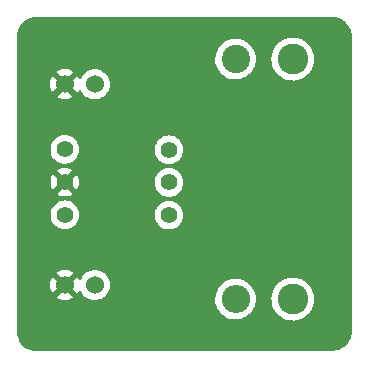
<source format=gbl>
G04 #@! TF.GenerationSoftware,KiCad,Pcbnew,(6.0.7)*
G04 #@! TF.CreationDate,2022-10-05T19:21:38-05:00*
G04 #@! TF.ProjectId,INA186_Breakout,494e4131-3836-45f4-9272-65616b6f7574,rev?*
G04 #@! TF.SameCoordinates,Original*
G04 #@! TF.FileFunction,Copper,L2,Bot*
G04 #@! TF.FilePolarity,Positive*
%FSLAX46Y46*%
G04 Gerber Fmt 4.6, Leading zero omitted, Abs format (unit mm)*
G04 Created by KiCad (PCBNEW (6.0.7)) date 2022-10-05 19:21:38*
%MOMM*%
%LPD*%
G01*
G04 APERTURE LIST*
G04 #@! TA.AperFunction,ComponentPad*
%ADD10C,2.600000*%
G04 #@! TD*
G04 #@! TA.AperFunction,ComponentPad*
%ADD11C,2.400000*%
G04 #@! TD*
G04 #@! TA.AperFunction,ComponentPad*
%ADD12O,2.400000X2.400000*%
G04 #@! TD*
G04 #@! TA.AperFunction,ComponentPad*
%ADD13C,1.400000*%
G04 #@! TD*
G04 #@! TA.AperFunction,ComponentPad*
%ADD14C,1.524000*%
G04 #@! TD*
G04 APERTURE END LIST*
D10*
X74193400Y-44754800D03*
D11*
X69342000Y-24434800D03*
D12*
X69342000Y-44754800D03*
D10*
X74193400Y-24434800D03*
D13*
X63703200Y-34874200D03*
X54889400Y-32080200D03*
X54889400Y-34848800D03*
X54889400Y-37617400D03*
D14*
X54889400Y-26568400D03*
X57429400Y-26568400D03*
X54889400Y-43561000D03*
X57429400Y-43561000D03*
D13*
X63703200Y-32105600D03*
X63703200Y-37642800D03*
G04 #@! TA.AperFunction,Conductor*
G36*
X77370272Y-20861018D02*
G01*
X77409337Y-20865207D01*
X77418169Y-20863621D01*
X77418173Y-20863621D01*
X77425038Y-20862388D01*
X77449884Y-20860430D01*
X77640080Y-20864324D01*
X77657160Y-20865842D01*
X77758855Y-20881909D01*
X77870674Y-20899576D01*
X77887394Y-20903399D01*
X78094360Y-20965822D01*
X78110405Y-20971881D01*
X78306972Y-21061831D01*
X78322034Y-21070005D01*
X78504574Y-21185823D01*
X78518389Y-21195971D01*
X78683510Y-21335506D01*
X78695809Y-21347426D01*
X78840454Y-21508097D01*
X78851026Y-21521584D01*
X78972501Y-21700398D01*
X78981151Y-21715208D01*
X79077215Y-21908858D01*
X79083773Y-21924704D01*
X79117539Y-22025160D01*
X79152648Y-22129611D01*
X79156993Y-22146202D01*
X79191224Y-22326087D01*
X79192816Y-22346793D01*
X79193424Y-22352417D01*
X79193114Y-22361390D01*
X79194891Y-22368349D01*
X79195366Y-22377170D01*
X79195366Y-47582120D01*
X79195110Y-47586251D01*
X79194061Y-47590103D01*
X79194228Y-47599081D01*
X79194358Y-47606100D01*
X79192360Y-47630910D01*
X79183087Y-47682074D01*
X79157884Y-47821128D01*
X79153706Y-47837688D01*
X79085774Y-48046199D01*
X79079395Y-48062043D01*
X78983885Y-48259457D01*
X78975422Y-48274292D01*
X78854091Y-48456977D01*
X78843699Y-48470531D01*
X78698779Y-48635124D01*
X78686650Y-48647148D01*
X78520801Y-48790633D01*
X78507156Y-48800907D01*
X78323427Y-48920642D01*
X78308525Y-48928973D01*
X78110272Y-49022771D01*
X78094391Y-49029005D01*
X77972336Y-49067599D01*
X77885287Y-49095124D01*
X77868690Y-49099158D01*
X77652570Y-49136390D01*
X77635581Y-49138142D01*
X77605238Y-49139203D01*
X77449615Y-49144643D01*
X77428099Y-49143000D01*
X77423121Y-49142776D01*
X77414303Y-49141104D01*
X77373615Y-49145069D01*
X77372098Y-49145217D01*
X77359877Y-49145811D01*
X52447881Y-49145811D01*
X52425614Y-49143828D01*
X52418164Y-49142490D01*
X52418162Y-49142490D01*
X52409329Y-49140904D01*
X52394019Y-49142546D01*
X52368700Y-49142702D01*
X52185123Y-49125299D01*
X52167412Y-49122334D01*
X52071524Y-49099158D01*
X51963504Y-49073049D01*
X51946399Y-49067599D01*
X51751558Y-48989824D01*
X51735397Y-48981995D01*
X51553607Y-48877320D01*
X51538723Y-48867274D01*
X51373647Y-48737811D01*
X51360342Y-48725750D01*
X51215349Y-48574136D01*
X51203895Y-48560307D01*
X51081932Y-48389628D01*
X51072559Y-48374311D01*
X51048538Y-48327922D01*
X50976090Y-48188014D01*
X50968992Y-48171523D01*
X50899992Y-47973415D01*
X50895309Y-47956080D01*
X50855170Y-47750173D01*
X50852999Y-47732348D01*
X50851915Y-47710629D01*
X50844167Y-47555450D01*
X50845353Y-47536663D01*
X50845609Y-47529067D01*
X50847181Y-47520224D01*
X50842985Y-47481732D01*
X50842243Y-47468078D01*
X50842243Y-44619777D01*
X54195177Y-44619777D01*
X54204474Y-44631793D01*
X54247469Y-44661898D01*
X54256955Y-44667376D01*
X54448393Y-44756645D01*
X54458685Y-44760391D01*
X54662709Y-44815059D01*
X54673504Y-44816962D01*
X54883925Y-44835372D01*
X54894875Y-44835372D01*
X55105296Y-44816962D01*
X55116091Y-44815059D01*
X55320115Y-44760391D01*
X55330407Y-44756645D01*
X55521845Y-44667376D01*
X55531331Y-44661898D01*
X55575164Y-44631207D01*
X55583539Y-44620729D01*
X55576471Y-44607281D01*
X54902212Y-43933022D01*
X54888268Y-43925408D01*
X54886435Y-43925539D01*
X54879820Y-43929790D01*
X54201607Y-44608003D01*
X54195177Y-44619777D01*
X50842243Y-44619777D01*
X50842243Y-43566475D01*
X53615028Y-43566475D01*
X53633438Y-43776896D01*
X53635341Y-43787691D01*
X53690009Y-43991715D01*
X53693755Y-44002007D01*
X53783023Y-44193441D01*
X53788503Y-44202932D01*
X53819194Y-44246765D01*
X53829671Y-44255140D01*
X53843118Y-44248072D01*
X54517378Y-43573812D01*
X54523756Y-43562132D01*
X55253808Y-43562132D01*
X55253939Y-43563965D01*
X55258190Y-43570580D01*
X55936403Y-44248793D01*
X55948177Y-44255223D01*
X55960193Y-44245926D01*
X55990297Y-44202932D01*
X55995777Y-44193441D01*
X56044929Y-44088035D01*
X56091847Y-44034750D01*
X56160124Y-44015289D01*
X56228084Y-44035831D01*
X56273319Y-44088035D01*
X56322586Y-44193689D01*
X56322589Y-44193694D01*
X56324912Y-44198676D01*
X56328068Y-44203183D01*
X56328069Y-44203185D01*
X56364507Y-44255223D01*
X56452423Y-44380781D01*
X56609619Y-44537977D01*
X56614127Y-44541134D01*
X56614130Y-44541136D01*
X56689895Y-44594187D01*
X56791723Y-44665488D01*
X56796705Y-44667811D01*
X56796710Y-44667814D01*
X56897091Y-44714622D01*
X56993204Y-44759440D01*
X56998512Y-44760862D01*
X56998514Y-44760863D01*
X57064349Y-44778503D01*
X57207937Y-44816978D01*
X57429400Y-44836353D01*
X57650863Y-44816978D01*
X57794451Y-44778503D01*
X57860286Y-44760863D01*
X57860288Y-44760862D01*
X57865596Y-44759440D01*
X57961709Y-44714622D01*
X57971726Y-44709951D01*
X67629296Y-44709951D01*
X67629520Y-44714617D01*
X67629520Y-44714622D01*
X67634345Y-44815059D01*
X67641480Y-44963598D01*
X67691021Y-45212657D01*
X67692600Y-45217055D01*
X67692602Y-45217062D01*
X67737022Y-45340780D01*
X67776831Y-45451658D01*
X67897025Y-45675351D01*
X67899820Y-45679094D01*
X67899822Y-45679097D01*
X68046171Y-45875082D01*
X68046176Y-45875088D01*
X68048963Y-45878820D01*
X68052272Y-45882100D01*
X68052277Y-45882106D01*
X68150859Y-45979831D01*
X68229307Y-46057597D01*
X68233069Y-46060355D01*
X68233072Y-46060358D01*
X68338764Y-46137854D01*
X68434094Y-46207753D01*
X68438229Y-46209929D01*
X68438233Y-46209931D01*
X68556289Y-46272043D01*
X68658827Y-46325991D01*
X68898568Y-46409712D01*
X69148050Y-46457078D01*
X69268532Y-46461811D01*
X69397125Y-46466864D01*
X69397130Y-46466864D01*
X69401793Y-46467047D01*
X69500774Y-46456207D01*
X69649569Y-46439912D01*
X69649575Y-46439911D01*
X69654222Y-46439402D01*
X69763680Y-46410584D01*
X69895273Y-46375938D01*
X69899793Y-46374748D01*
X70085476Y-46294973D01*
X70128807Y-46276357D01*
X70128810Y-46276355D01*
X70133110Y-46274508D01*
X70137090Y-46272045D01*
X70137094Y-46272043D01*
X70345064Y-46143347D01*
X70345066Y-46143345D01*
X70349047Y-46140882D01*
X70447428Y-46057597D01*
X70539289Y-45979831D01*
X70539291Y-45979829D01*
X70542862Y-45976806D01*
X70710295Y-45785884D01*
X70746736Y-45729231D01*
X70814364Y-45624091D01*
X70847669Y-45572312D01*
X70951967Y-45340780D01*
X71020896Y-45096375D01*
X71031115Y-45016052D01*
X71052545Y-44847598D01*
X71052545Y-44847592D01*
X71052943Y-44844467D01*
X71053156Y-44836353D01*
X71055132Y-44760863D01*
X71055291Y-44754800D01*
X71051763Y-44707326D01*
X72380450Y-44707326D01*
X72380674Y-44711992D01*
X72380674Y-44711997D01*
X72385625Y-44815059D01*
X72393347Y-44975819D01*
X72445788Y-45239456D01*
X72536620Y-45492446D01*
X72538832Y-45496562D01*
X72538833Y-45496565D01*
X72602955Y-45615900D01*
X72663850Y-45729231D01*
X72666641Y-45732968D01*
X72666645Y-45732975D01*
X72708778Y-45789397D01*
X72824681Y-45944610D01*
X72827990Y-45947890D01*
X72827995Y-45947896D01*
X73012263Y-46130562D01*
X73015580Y-46133850D01*
X73019342Y-46136608D01*
X73019345Y-46136611D01*
X73131699Y-46218992D01*
X73232354Y-46292795D01*
X73236489Y-46294971D01*
X73236493Y-46294973D01*
X73456232Y-46410584D01*
X73470240Y-46417954D01*
X73724013Y-46506575D01*
X73728606Y-46507447D01*
X73983509Y-46555842D01*
X73983512Y-46555842D01*
X73988098Y-46556713D01*
X74115770Y-46561729D01*
X74252025Y-46567083D01*
X74252030Y-46567083D01*
X74256693Y-46567266D01*
X74361007Y-46555842D01*
X74519244Y-46538513D01*
X74519250Y-46538512D01*
X74523897Y-46538003D01*
X74528421Y-46536812D01*
X74779318Y-46470756D01*
X74779320Y-46470755D01*
X74783841Y-46469565D01*
X74790887Y-46466538D01*
X75026520Y-46365302D01*
X75026522Y-46365301D01*
X75030814Y-46363457D01*
X75178538Y-46272043D01*
X75255417Y-46224469D01*
X75255421Y-46224466D01*
X75259390Y-46222010D01*
X75464549Y-46048330D01*
X75641782Y-45846234D01*
X75680601Y-45785884D01*
X75784669Y-45624091D01*
X75787197Y-45620161D01*
X75897599Y-45375078D01*
X75934609Y-45243851D01*
X75969293Y-45120872D01*
X75969294Y-45120869D01*
X75970563Y-45116368D01*
X75988443Y-44975819D01*
X76004088Y-44852845D01*
X76004088Y-44852841D01*
X76004486Y-44849715D01*
X76004624Y-44844467D01*
X76006812Y-44760863D01*
X76006971Y-44754800D01*
X75988497Y-44506211D01*
X75987396Y-44491392D01*
X75987396Y-44491391D01*
X75987050Y-44486737D01*
X75963075Y-44380781D01*
X75928761Y-44229131D01*
X75928760Y-44229126D01*
X75927727Y-44224563D01*
X75830302Y-43974038D01*
X75696918Y-43740664D01*
X75530505Y-43529569D01*
X75334717Y-43345391D01*
X75178151Y-43236776D01*
X75117699Y-43194839D01*
X75117696Y-43194837D01*
X75113857Y-43192174D01*
X75109664Y-43190106D01*
X74876964Y-43075351D01*
X74876961Y-43075350D01*
X74872776Y-43073286D01*
X74825145Y-43058039D01*
X74749937Y-43033965D01*
X74616770Y-42991338D01*
X74612163Y-42990588D01*
X74612160Y-42990587D01*
X74356074Y-42948881D01*
X74356075Y-42948881D01*
X74351463Y-42948130D01*
X74221119Y-42946424D01*
X74087361Y-42944673D01*
X74087358Y-42944673D01*
X74082684Y-42944612D01*
X73816337Y-42980860D01*
X73558274Y-43056078D01*
X73314163Y-43168615D01*
X73310254Y-43171178D01*
X73093281Y-43313431D01*
X73093276Y-43313435D01*
X73089368Y-43315997D01*
X72888826Y-43494988D01*
X72716944Y-43701654D01*
X72714521Y-43705647D01*
X72581087Y-43925539D01*
X72577496Y-43931456D01*
X72575687Y-43935770D01*
X72575685Y-43935774D01*
X72534181Y-44034750D01*
X72473548Y-44179345D01*
X72407381Y-44439877D01*
X72380450Y-44707326D01*
X71051763Y-44707326D01*
X71048654Y-44665488D01*
X71036818Y-44506211D01*
X71036817Y-44506207D01*
X71036472Y-44501559D01*
X71034172Y-44491392D01*
X70981459Y-44258439D01*
X70980428Y-44253882D01*
X70978169Y-44248072D01*
X70890084Y-44021562D01*
X70890083Y-44021560D01*
X70888391Y-44017209D01*
X70879800Y-44002178D01*
X70764702Y-43800797D01*
X70764700Y-43800795D01*
X70762383Y-43796740D01*
X70605171Y-43597317D01*
X70420209Y-43423323D01*
X70312492Y-43348597D01*
X70215393Y-43281237D01*
X70215390Y-43281235D01*
X70211561Y-43278579D01*
X70207384Y-43276519D01*
X70207377Y-43276515D01*
X69987996Y-43168328D01*
X69987992Y-43168327D01*
X69983810Y-43166264D01*
X69741960Y-43088847D01*
X69725516Y-43086169D01*
X69495935Y-43048780D01*
X69495934Y-43048780D01*
X69491323Y-43048029D01*
X69364364Y-43046367D01*
X69242083Y-43044766D01*
X69242080Y-43044766D01*
X69237406Y-43044705D01*
X68985787Y-43078949D01*
X68741993Y-43150008D01*
X68511380Y-43256322D01*
X68507471Y-43258885D01*
X68302928Y-43392989D01*
X68302923Y-43392993D01*
X68299015Y-43395555D01*
X68204288Y-43480102D01*
X68114918Y-43559868D01*
X68109562Y-43564648D01*
X67947183Y-43759887D01*
X67815447Y-43976982D01*
X67813638Y-43981296D01*
X67813637Y-43981298D01*
X67728689Y-44183877D01*
X67717246Y-44211165D01*
X67716095Y-44215697D01*
X67716094Y-44215700D01*
X67705240Y-44258439D01*
X67654738Y-44457290D01*
X67629296Y-44709951D01*
X57971726Y-44709951D01*
X58062090Y-44667814D01*
X58062095Y-44667811D01*
X58067077Y-44665488D01*
X58168905Y-44594187D01*
X58244670Y-44541136D01*
X58244673Y-44541134D01*
X58249181Y-44537977D01*
X58406377Y-44380781D01*
X58494294Y-44255223D01*
X58530731Y-44203185D01*
X58530732Y-44203183D01*
X58533888Y-44198676D01*
X58536211Y-44193694D01*
X58536214Y-44193689D01*
X58625517Y-44002178D01*
X58625518Y-44002177D01*
X58627840Y-43997196D01*
X58633257Y-43976982D01*
X58683954Y-43787776D01*
X58685378Y-43782463D01*
X58704753Y-43561000D01*
X58685378Y-43339537D01*
X58635119Y-43151969D01*
X58629263Y-43130114D01*
X58629262Y-43130112D01*
X58627840Y-43124804D01*
X58619403Y-43106711D01*
X58536214Y-42928311D01*
X58536211Y-42928306D01*
X58533888Y-42923324D01*
X58530731Y-42918815D01*
X58409536Y-42745730D01*
X58409534Y-42745727D01*
X58406377Y-42741219D01*
X58249181Y-42584023D01*
X58244673Y-42580866D01*
X58244670Y-42580864D01*
X58168905Y-42527813D01*
X58067077Y-42456512D01*
X58062095Y-42454189D01*
X58062090Y-42454186D01*
X57870578Y-42364883D01*
X57870577Y-42364882D01*
X57865596Y-42362560D01*
X57860288Y-42361138D01*
X57860286Y-42361137D01*
X57794451Y-42343497D01*
X57650863Y-42305022D01*
X57429400Y-42285647D01*
X57207937Y-42305022D01*
X57064349Y-42343497D01*
X56998514Y-42361137D01*
X56998512Y-42361138D01*
X56993204Y-42362560D01*
X56988223Y-42364882D01*
X56988222Y-42364883D01*
X56796711Y-42454186D01*
X56796706Y-42454189D01*
X56791724Y-42456512D01*
X56787217Y-42459668D01*
X56787215Y-42459669D01*
X56614130Y-42580864D01*
X56614127Y-42580866D01*
X56609619Y-42584023D01*
X56452423Y-42741219D01*
X56449266Y-42745727D01*
X56449264Y-42745730D01*
X56328069Y-42918815D01*
X56324912Y-42923324D01*
X56322589Y-42928306D01*
X56322586Y-42928311D01*
X56273319Y-43033965D01*
X56226401Y-43087250D01*
X56158124Y-43106711D01*
X56090164Y-43086169D01*
X56044929Y-43033965D01*
X55995777Y-42928559D01*
X55990297Y-42919068D01*
X55959606Y-42875235D01*
X55949129Y-42866860D01*
X55935682Y-42873928D01*
X55261422Y-43548188D01*
X55253808Y-43562132D01*
X54523756Y-43562132D01*
X54524992Y-43559868D01*
X54524861Y-43558035D01*
X54520610Y-43551420D01*
X53842397Y-42873207D01*
X53830623Y-42866777D01*
X53818607Y-42876074D01*
X53788503Y-42919068D01*
X53783023Y-42928559D01*
X53693755Y-43119993D01*
X53690009Y-43130285D01*
X53635341Y-43334309D01*
X53633438Y-43345104D01*
X53615028Y-43555525D01*
X53615028Y-43566475D01*
X50842243Y-43566475D01*
X50842243Y-42501271D01*
X54195260Y-42501271D01*
X54202328Y-42514718D01*
X54876588Y-43188978D01*
X54890532Y-43196592D01*
X54892365Y-43196461D01*
X54898980Y-43192210D01*
X55577193Y-42513997D01*
X55583623Y-42502223D01*
X55574326Y-42490207D01*
X55531331Y-42460102D01*
X55521845Y-42454624D01*
X55330407Y-42365355D01*
X55320115Y-42361609D01*
X55116091Y-42306941D01*
X55105296Y-42305038D01*
X54894875Y-42286628D01*
X54883925Y-42286628D01*
X54673504Y-42305038D01*
X54662709Y-42306941D01*
X54458685Y-42361609D01*
X54448393Y-42365355D01*
X54256959Y-42454623D01*
X54247468Y-42460103D01*
X54203635Y-42490794D01*
X54195260Y-42501271D01*
X50842243Y-42501271D01*
X50842243Y-37617400D01*
X53676284Y-37617400D01*
X53694714Y-37828055D01*
X53696138Y-37833368D01*
X53696138Y-37833370D01*
X53700052Y-37847975D01*
X53749444Y-38032310D01*
X53838811Y-38223958D01*
X53960099Y-38397176D01*
X54109624Y-38546701D01*
X54282842Y-38667989D01*
X54287820Y-38670310D01*
X54287823Y-38670312D01*
X54337312Y-38693389D01*
X54474490Y-38757356D01*
X54479798Y-38758778D01*
X54479800Y-38758779D01*
X54673430Y-38810662D01*
X54673432Y-38810662D01*
X54678745Y-38812086D01*
X54889400Y-38830516D01*
X55100055Y-38812086D01*
X55105368Y-38810662D01*
X55105370Y-38810662D01*
X55299000Y-38758779D01*
X55299002Y-38758778D01*
X55304310Y-38757356D01*
X55441488Y-38693389D01*
X55490977Y-38670312D01*
X55490980Y-38670310D01*
X55495958Y-38667989D01*
X55669176Y-38546701D01*
X55818701Y-38397176D01*
X55939989Y-38223958D01*
X56029356Y-38032310D01*
X56078749Y-37847975D01*
X56082662Y-37833370D01*
X56082662Y-37833368D01*
X56084086Y-37828055D01*
X56100294Y-37642800D01*
X62490084Y-37642800D01*
X62508514Y-37853455D01*
X62563244Y-38057710D01*
X62565566Y-38062691D01*
X62565567Y-38062692D01*
X62640767Y-38223958D01*
X62652611Y-38249358D01*
X62773899Y-38422576D01*
X62923424Y-38572101D01*
X63096642Y-38693389D01*
X63101620Y-38695710D01*
X63101623Y-38695712D01*
X63236871Y-38758779D01*
X63288290Y-38782756D01*
X63293598Y-38784178D01*
X63293600Y-38784179D01*
X63487230Y-38836062D01*
X63487232Y-38836062D01*
X63492545Y-38837486D01*
X63703200Y-38855916D01*
X63913855Y-38837486D01*
X63919168Y-38836062D01*
X63919170Y-38836062D01*
X64112800Y-38784179D01*
X64112802Y-38784178D01*
X64118110Y-38782756D01*
X64169529Y-38758779D01*
X64304777Y-38695712D01*
X64304780Y-38695710D01*
X64309758Y-38693389D01*
X64482976Y-38572101D01*
X64632501Y-38422576D01*
X64753789Y-38249358D01*
X64765634Y-38223958D01*
X64840833Y-38062692D01*
X64840834Y-38062691D01*
X64843156Y-38057710D01*
X64897886Y-37853455D01*
X64916316Y-37642800D01*
X64897886Y-37432145D01*
X64896462Y-37426830D01*
X64844579Y-37233200D01*
X64844578Y-37233198D01*
X64843156Y-37227890D01*
X64753789Y-37036242D01*
X64632501Y-36863024D01*
X64482976Y-36713499D01*
X64309758Y-36592211D01*
X64304780Y-36589890D01*
X64304777Y-36589888D01*
X64123092Y-36505167D01*
X64123091Y-36505166D01*
X64118110Y-36502844D01*
X64112802Y-36501422D01*
X64112800Y-36501421D01*
X63919170Y-36449538D01*
X63919168Y-36449538D01*
X63913855Y-36448114D01*
X63703200Y-36429684D01*
X63492545Y-36448114D01*
X63487232Y-36449538D01*
X63487230Y-36449538D01*
X63293600Y-36501421D01*
X63293598Y-36501422D01*
X63288290Y-36502844D01*
X63283309Y-36505166D01*
X63283308Y-36505167D01*
X63101623Y-36589888D01*
X63101620Y-36589890D01*
X63096642Y-36592211D01*
X62923424Y-36713499D01*
X62773899Y-36863024D01*
X62652611Y-37036242D01*
X62563244Y-37227890D01*
X62561822Y-37233198D01*
X62561821Y-37233200D01*
X62509938Y-37426830D01*
X62508514Y-37432145D01*
X62490084Y-37642800D01*
X56100294Y-37642800D01*
X56102516Y-37617400D01*
X56084086Y-37406745D01*
X56029356Y-37202490D01*
X55954156Y-37041223D01*
X55942312Y-37015823D01*
X55942310Y-37015820D01*
X55939989Y-37010842D01*
X55818701Y-36837624D01*
X55669176Y-36688099D01*
X55495958Y-36566811D01*
X55490980Y-36564490D01*
X55490977Y-36564488D01*
X55309292Y-36479767D01*
X55309291Y-36479766D01*
X55304310Y-36477444D01*
X55299002Y-36476022D01*
X55299000Y-36476021D01*
X55105370Y-36424138D01*
X55105368Y-36424138D01*
X55100055Y-36422714D01*
X54889400Y-36404284D01*
X54678745Y-36422714D01*
X54673432Y-36424138D01*
X54673430Y-36424138D01*
X54479800Y-36476021D01*
X54479798Y-36476022D01*
X54474490Y-36477444D01*
X54469509Y-36479766D01*
X54469508Y-36479767D01*
X54287823Y-36564488D01*
X54287820Y-36564490D01*
X54282842Y-36566811D01*
X54109624Y-36688099D01*
X53960099Y-36837624D01*
X53838811Y-37010842D01*
X53836490Y-37015820D01*
X53836488Y-37015823D01*
X53824644Y-37041223D01*
X53749444Y-37202490D01*
X53694714Y-37406745D01*
X53676284Y-37617400D01*
X50842243Y-37617400D01*
X50842243Y-35863061D01*
X54239694Y-35863061D01*
X54248990Y-35875076D01*
X54278589Y-35895801D01*
X54288077Y-35901279D01*
X54469677Y-35985959D01*
X54479971Y-35989707D01*
X54673522Y-36041569D01*
X54684309Y-36043471D01*
X54883925Y-36060935D01*
X54894875Y-36060935D01*
X55094491Y-36043471D01*
X55105278Y-36041569D01*
X55298829Y-35989707D01*
X55309123Y-35985959D01*
X55490723Y-35901279D01*
X55500211Y-35895801D01*
X55530648Y-35874489D01*
X55539023Y-35864012D01*
X55531954Y-35850564D01*
X54902212Y-35220822D01*
X54888268Y-35213208D01*
X54886435Y-35213339D01*
X54879820Y-35217590D01*
X54246124Y-35851286D01*
X54239694Y-35863061D01*
X50842243Y-35863061D01*
X50842243Y-34854275D01*
X53677265Y-34854275D01*
X53694729Y-35053891D01*
X53696631Y-35064678D01*
X53748493Y-35258229D01*
X53752241Y-35268523D01*
X53836921Y-35450123D01*
X53842399Y-35459611D01*
X53863711Y-35490048D01*
X53874188Y-35498423D01*
X53887636Y-35491354D01*
X54517378Y-34861612D01*
X54523756Y-34849932D01*
X55253808Y-34849932D01*
X55253939Y-34851765D01*
X55258190Y-34858380D01*
X55891886Y-35492076D01*
X55903661Y-35498506D01*
X55915676Y-35489210D01*
X55936401Y-35459611D01*
X55941879Y-35450123D01*
X56026559Y-35268523D01*
X56030307Y-35258229D01*
X56082169Y-35064678D01*
X56084071Y-35053891D01*
X56099792Y-34874200D01*
X62490084Y-34874200D01*
X62508514Y-35084855D01*
X62563244Y-35289110D01*
X62565566Y-35294091D01*
X62565567Y-35294092D01*
X62638326Y-35450123D01*
X62652611Y-35480758D01*
X62773899Y-35653976D01*
X62923424Y-35803501D01*
X63096642Y-35924789D01*
X63101620Y-35927110D01*
X63101623Y-35927112D01*
X63227821Y-35985959D01*
X63288290Y-36014156D01*
X63293598Y-36015578D01*
X63293600Y-36015579D01*
X63487230Y-36067462D01*
X63487232Y-36067462D01*
X63492545Y-36068886D01*
X63703200Y-36087316D01*
X63913855Y-36068886D01*
X63919168Y-36067462D01*
X63919170Y-36067462D01*
X64112800Y-36015579D01*
X64112802Y-36015578D01*
X64118110Y-36014156D01*
X64178579Y-35985959D01*
X64304777Y-35927112D01*
X64304780Y-35927110D01*
X64309758Y-35924789D01*
X64482976Y-35803501D01*
X64632501Y-35653976D01*
X64753789Y-35480758D01*
X64768075Y-35450123D01*
X64840833Y-35294092D01*
X64840834Y-35294091D01*
X64843156Y-35289110D01*
X64897886Y-35084855D01*
X64916316Y-34874200D01*
X64897886Y-34663545D01*
X64843156Y-34459290D01*
X64833868Y-34439371D01*
X64756112Y-34272623D01*
X64756110Y-34272620D01*
X64753789Y-34267642D01*
X64632501Y-34094424D01*
X64482976Y-33944899D01*
X64309758Y-33823611D01*
X64304780Y-33821290D01*
X64304777Y-33821288D01*
X64123092Y-33736567D01*
X64123091Y-33736566D01*
X64118110Y-33734244D01*
X64112802Y-33732822D01*
X64112800Y-33732821D01*
X63919170Y-33680938D01*
X63919168Y-33680938D01*
X63913855Y-33679514D01*
X63703200Y-33661084D01*
X63492545Y-33679514D01*
X63487232Y-33680938D01*
X63487230Y-33680938D01*
X63293600Y-33732821D01*
X63293598Y-33732822D01*
X63288290Y-33734244D01*
X63283309Y-33736566D01*
X63283308Y-33736567D01*
X63101623Y-33821288D01*
X63101620Y-33821290D01*
X63096642Y-33823611D01*
X62923424Y-33944899D01*
X62773899Y-34094424D01*
X62652611Y-34267642D01*
X62650290Y-34272620D01*
X62650288Y-34272623D01*
X62572532Y-34439371D01*
X62563244Y-34459290D01*
X62508514Y-34663545D01*
X62490084Y-34874200D01*
X56099792Y-34874200D01*
X56101535Y-34854275D01*
X56101535Y-34843325D01*
X56084071Y-34643709D01*
X56082169Y-34632922D01*
X56030307Y-34439371D01*
X56026559Y-34429077D01*
X55941879Y-34247477D01*
X55936401Y-34237989D01*
X55915089Y-34207552D01*
X55904612Y-34199177D01*
X55891164Y-34206246D01*
X55261422Y-34835988D01*
X55253808Y-34849932D01*
X54523756Y-34849932D01*
X54524992Y-34847668D01*
X54524861Y-34845835D01*
X54520610Y-34839220D01*
X53886914Y-34205524D01*
X53875139Y-34199094D01*
X53863124Y-34208390D01*
X53842399Y-34237989D01*
X53836921Y-34247477D01*
X53752241Y-34429077D01*
X53748493Y-34439371D01*
X53696631Y-34632922D01*
X53694729Y-34643709D01*
X53677265Y-34843325D01*
X53677265Y-34854275D01*
X50842243Y-34854275D01*
X50842243Y-33833588D01*
X54239777Y-33833588D01*
X54246846Y-33847036D01*
X54876588Y-34476778D01*
X54890532Y-34484392D01*
X54892365Y-34484261D01*
X54898980Y-34480010D01*
X55532676Y-33846314D01*
X55539106Y-33834539D01*
X55529810Y-33822524D01*
X55500211Y-33801799D01*
X55490723Y-33796321D01*
X55309123Y-33711641D01*
X55298829Y-33707893D01*
X55105278Y-33656031D01*
X55094491Y-33654129D01*
X54894875Y-33636665D01*
X54883925Y-33636665D01*
X54684309Y-33654129D01*
X54673522Y-33656031D01*
X54479971Y-33707893D01*
X54469677Y-33711641D01*
X54288077Y-33796321D01*
X54278589Y-33801799D01*
X54248152Y-33823111D01*
X54239777Y-33833588D01*
X50842243Y-33833588D01*
X50842243Y-32080200D01*
X53676284Y-32080200D01*
X53694714Y-32290855D01*
X53696138Y-32296168D01*
X53696138Y-32296170D01*
X53700052Y-32310775D01*
X53749444Y-32495110D01*
X53838811Y-32686758D01*
X53960099Y-32859976D01*
X54109624Y-33009501D01*
X54282842Y-33130789D01*
X54287820Y-33133110D01*
X54287823Y-33133112D01*
X54337312Y-33156189D01*
X54474490Y-33220156D01*
X54479798Y-33221578D01*
X54479800Y-33221579D01*
X54673430Y-33273462D01*
X54673432Y-33273462D01*
X54678745Y-33274886D01*
X54889400Y-33293316D01*
X55100055Y-33274886D01*
X55105368Y-33273462D01*
X55105370Y-33273462D01*
X55299000Y-33221579D01*
X55299002Y-33221578D01*
X55304310Y-33220156D01*
X55441488Y-33156189D01*
X55490977Y-33133112D01*
X55490980Y-33133110D01*
X55495958Y-33130789D01*
X55669176Y-33009501D01*
X55818701Y-32859976D01*
X55939989Y-32686758D01*
X56029356Y-32495110D01*
X56078749Y-32310775D01*
X56082662Y-32296170D01*
X56082662Y-32296168D01*
X56084086Y-32290855D01*
X56100294Y-32105600D01*
X62490084Y-32105600D01*
X62508514Y-32316255D01*
X62563244Y-32520510D01*
X62565566Y-32525491D01*
X62565567Y-32525492D01*
X62640767Y-32686758D01*
X62652611Y-32712158D01*
X62773899Y-32885376D01*
X62923424Y-33034901D01*
X63096642Y-33156189D01*
X63101620Y-33158510D01*
X63101623Y-33158512D01*
X63236871Y-33221579D01*
X63288290Y-33245556D01*
X63293598Y-33246978D01*
X63293600Y-33246979D01*
X63487230Y-33298862D01*
X63487232Y-33298862D01*
X63492545Y-33300286D01*
X63703200Y-33318716D01*
X63913855Y-33300286D01*
X63919168Y-33298862D01*
X63919170Y-33298862D01*
X64112800Y-33246979D01*
X64112802Y-33246978D01*
X64118110Y-33245556D01*
X64169529Y-33221579D01*
X64304777Y-33158512D01*
X64304780Y-33158510D01*
X64309758Y-33156189D01*
X64482976Y-33034901D01*
X64632501Y-32885376D01*
X64753789Y-32712158D01*
X64765634Y-32686758D01*
X64840833Y-32525492D01*
X64840834Y-32525491D01*
X64843156Y-32520510D01*
X64897886Y-32316255D01*
X64916316Y-32105600D01*
X64897886Y-31894945D01*
X64896462Y-31889630D01*
X64844579Y-31696000D01*
X64844578Y-31695998D01*
X64843156Y-31690690D01*
X64753789Y-31499042D01*
X64632501Y-31325824D01*
X64482976Y-31176299D01*
X64309758Y-31055011D01*
X64304780Y-31052690D01*
X64304777Y-31052688D01*
X64123092Y-30967967D01*
X64123091Y-30967966D01*
X64118110Y-30965644D01*
X64112802Y-30964222D01*
X64112800Y-30964221D01*
X63919170Y-30912338D01*
X63919168Y-30912338D01*
X63913855Y-30910914D01*
X63703200Y-30892484D01*
X63492545Y-30910914D01*
X63487232Y-30912338D01*
X63487230Y-30912338D01*
X63293600Y-30964221D01*
X63293598Y-30964222D01*
X63288290Y-30965644D01*
X63283309Y-30967966D01*
X63283308Y-30967967D01*
X63101623Y-31052688D01*
X63101620Y-31052690D01*
X63096642Y-31055011D01*
X62923424Y-31176299D01*
X62773899Y-31325824D01*
X62652611Y-31499042D01*
X62563244Y-31690690D01*
X62561822Y-31695998D01*
X62561821Y-31696000D01*
X62509938Y-31889630D01*
X62508514Y-31894945D01*
X62490084Y-32105600D01*
X56100294Y-32105600D01*
X56102516Y-32080200D01*
X56084086Y-31869545D01*
X56029356Y-31665290D01*
X55954156Y-31504023D01*
X55942312Y-31478623D01*
X55942310Y-31478620D01*
X55939989Y-31473642D01*
X55818701Y-31300424D01*
X55669176Y-31150899D01*
X55495958Y-31029611D01*
X55490980Y-31027290D01*
X55490977Y-31027288D01*
X55309292Y-30942567D01*
X55309291Y-30942566D01*
X55304310Y-30940244D01*
X55299002Y-30938822D01*
X55299000Y-30938821D01*
X55105370Y-30886938D01*
X55105368Y-30886938D01*
X55100055Y-30885514D01*
X54889400Y-30867084D01*
X54678745Y-30885514D01*
X54673432Y-30886938D01*
X54673430Y-30886938D01*
X54479800Y-30938821D01*
X54479798Y-30938822D01*
X54474490Y-30940244D01*
X54469509Y-30942566D01*
X54469508Y-30942567D01*
X54287823Y-31027288D01*
X54287820Y-31027290D01*
X54282842Y-31029611D01*
X54109624Y-31150899D01*
X53960099Y-31300424D01*
X53838811Y-31473642D01*
X53836490Y-31478620D01*
X53836488Y-31478623D01*
X53824644Y-31504023D01*
X53749444Y-31665290D01*
X53694714Y-31869545D01*
X53676284Y-32080200D01*
X50842243Y-32080200D01*
X50842243Y-27627177D01*
X54195177Y-27627177D01*
X54204474Y-27639193D01*
X54247469Y-27669298D01*
X54256955Y-27674776D01*
X54448393Y-27764045D01*
X54458685Y-27767791D01*
X54662709Y-27822459D01*
X54673504Y-27824362D01*
X54883925Y-27842772D01*
X54894875Y-27842772D01*
X55105296Y-27824362D01*
X55116091Y-27822459D01*
X55320115Y-27767791D01*
X55330407Y-27764045D01*
X55521845Y-27674776D01*
X55531331Y-27669298D01*
X55575164Y-27638607D01*
X55583539Y-27628129D01*
X55576471Y-27614681D01*
X54902212Y-26940422D01*
X54888268Y-26932808D01*
X54886435Y-26932939D01*
X54879820Y-26937190D01*
X54201607Y-27615403D01*
X54195177Y-27627177D01*
X50842243Y-27627177D01*
X50842243Y-26573875D01*
X53615028Y-26573875D01*
X53633438Y-26784296D01*
X53635341Y-26795091D01*
X53690009Y-26999115D01*
X53693755Y-27009407D01*
X53783023Y-27200841D01*
X53788503Y-27210332D01*
X53819194Y-27254165D01*
X53829671Y-27262540D01*
X53843118Y-27255472D01*
X54517378Y-26581212D01*
X54523756Y-26569532D01*
X55253808Y-26569532D01*
X55253939Y-26571365D01*
X55258190Y-26577980D01*
X55936403Y-27256193D01*
X55948177Y-27262623D01*
X55960193Y-27253326D01*
X55990297Y-27210332D01*
X55995777Y-27200841D01*
X56044929Y-27095435D01*
X56091847Y-27042150D01*
X56160124Y-27022689D01*
X56228084Y-27043231D01*
X56273319Y-27095435D01*
X56322586Y-27201089D01*
X56322589Y-27201094D01*
X56324912Y-27206076D01*
X56328068Y-27210583D01*
X56328069Y-27210585D01*
X56364507Y-27262623D01*
X56452423Y-27388181D01*
X56609619Y-27545377D01*
X56614127Y-27548534D01*
X56614130Y-27548536D01*
X56689895Y-27601587D01*
X56791723Y-27672888D01*
X56796705Y-27675211D01*
X56796710Y-27675214D01*
X56987210Y-27764045D01*
X56993204Y-27766840D01*
X56998512Y-27768262D01*
X56998514Y-27768263D01*
X57064349Y-27785903D01*
X57207937Y-27824378D01*
X57429400Y-27843753D01*
X57650863Y-27824378D01*
X57794451Y-27785903D01*
X57860286Y-27768263D01*
X57860288Y-27768262D01*
X57865596Y-27766840D01*
X57871590Y-27764045D01*
X58062090Y-27675214D01*
X58062095Y-27675211D01*
X58067077Y-27672888D01*
X58168905Y-27601587D01*
X58244670Y-27548536D01*
X58244673Y-27548534D01*
X58249181Y-27545377D01*
X58406377Y-27388181D01*
X58494294Y-27262623D01*
X58530731Y-27210585D01*
X58530732Y-27210583D01*
X58533888Y-27206076D01*
X58536211Y-27201094D01*
X58536214Y-27201089D01*
X58625517Y-27009578D01*
X58625518Y-27009577D01*
X58627840Y-27004596D01*
X58685378Y-26789863D01*
X58704753Y-26568400D01*
X58685378Y-26346937D01*
X58627840Y-26132204D01*
X58619403Y-26114111D01*
X58536214Y-25935711D01*
X58536211Y-25935706D01*
X58533888Y-25930724D01*
X58515504Y-25904469D01*
X58409536Y-25753130D01*
X58409534Y-25753127D01*
X58406377Y-25748619D01*
X58249181Y-25591423D01*
X58244673Y-25588266D01*
X58244670Y-25588264D01*
X58150472Y-25522306D01*
X58067077Y-25463912D01*
X58062095Y-25461589D01*
X58062090Y-25461586D01*
X57870578Y-25372283D01*
X57870577Y-25372282D01*
X57865596Y-25369960D01*
X57860288Y-25368538D01*
X57860286Y-25368537D01*
X57794451Y-25350897D01*
X57650863Y-25312422D01*
X57429400Y-25293047D01*
X57207937Y-25312422D01*
X57064349Y-25350897D01*
X56998514Y-25368537D01*
X56998512Y-25368538D01*
X56993204Y-25369960D01*
X56988223Y-25372282D01*
X56988222Y-25372283D01*
X56796711Y-25461586D01*
X56796706Y-25461589D01*
X56791724Y-25463912D01*
X56787217Y-25467068D01*
X56787215Y-25467069D01*
X56614130Y-25588264D01*
X56614127Y-25588266D01*
X56609619Y-25591423D01*
X56452423Y-25748619D01*
X56449266Y-25753127D01*
X56449264Y-25753130D01*
X56343296Y-25904469D01*
X56324912Y-25930724D01*
X56322589Y-25935706D01*
X56322586Y-25935711D01*
X56273319Y-26041365D01*
X56226401Y-26094650D01*
X56158124Y-26114111D01*
X56090164Y-26093569D01*
X56044929Y-26041365D01*
X55995777Y-25935959D01*
X55990297Y-25926468D01*
X55959606Y-25882635D01*
X55949129Y-25874260D01*
X55935682Y-25881328D01*
X55261422Y-26555588D01*
X55253808Y-26569532D01*
X54523756Y-26569532D01*
X54524992Y-26567268D01*
X54524861Y-26565435D01*
X54520610Y-26558820D01*
X53842397Y-25880607D01*
X53830623Y-25874177D01*
X53818607Y-25883474D01*
X53788503Y-25926468D01*
X53783023Y-25935959D01*
X53693755Y-26127393D01*
X53690009Y-26137685D01*
X53635341Y-26341709D01*
X53633438Y-26352504D01*
X53615028Y-26562925D01*
X53615028Y-26573875D01*
X50842243Y-26573875D01*
X50842243Y-25508671D01*
X54195260Y-25508671D01*
X54202328Y-25522118D01*
X54876588Y-26196378D01*
X54890532Y-26203992D01*
X54892365Y-26203861D01*
X54898980Y-26199610D01*
X55577193Y-25521397D01*
X55583623Y-25509623D01*
X55574326Y-25497607D01*
X55531331Y-25467502D01*
X55521845Y-25462024D01*
X55330407Y-25372755D01*
X55320115Y-25369009D01*
X55116091Y-25314341D01*
X55105296Y-25312438D01*
X54894875Y-25294028D01*
X54883925Y-25294028D01*
X54673504Y-25312438D01*
X54662709Y-25314341D01*
X54458685Y-25369009D01*
X54448393Y-25372755D01*
X54256959Y-25462023D01*
X54247468Y-25467503D01*
X54203635Y-25498194D01*
X54195260Y-25508671D01*
X50842243Y-25508671D01*
X50842243Y-24389951D01*
X67629296Y-24389951D01*
X67641480Y-24643598D01*
X67691021Y-24892657D01*
X67692600Y-24897055D01*
X67692602Y-24897062D01*
X67737022Y-25020780D01*
X67776831Y-25131658D01*
X67779048Y-25135784D01*
X67874990Y-25314341D01*
X67897025Y-25355351D01*
X67899820Y-25359094D01*
X67899822Y-25359097D01*
X68046171Y-25555082D01*
X68046176Y-25555088D01*
X68048963Y-25558820D01*
X68052272Y-25562100D01*
X68052277Y-25562106D01*
X68150859Y-25659831D01*
X68229307Y-25737597D01*
X68233069Y-25740355D01*
X68233072Y-25740358D01*
X68338764Y-25817854D01*
X68434094Y-25887753D01*
X68438229Y-25889929D01*
X68438233Y-25889931D01*
X68507198Y-25926215D01*
X68658827Y-26005991D01*
X68898568Y-26089712D01*
X69148050Y-26137078D01*
X69268532Y-26141811D01*
X69397125Y-26146864D01*
X69397130Y-26146864D01*
X69401793Y-26147047D01*
X69500774Y-26136207D01*
X69649569Y-26119912D01*
X69649575Y-26119911D01*
X69654222Y-26119402D01*
X69674319Y-26114111D01*
X69895273Y-26055938D01*
X69899793Y-26054748D01*
X70085476Y-25974973D01*
X70128807Y-25956357D01*
X70128810Y-25956355D01*
X70133110Y-25954508D01*
X70137090Y-25952045D01*
X70137094Y-25952043D01*
X70345064Y-25823347D01*
X70345066Y-25823345D01*
X70349047Y-25820882D01*
X70447428Y-25737597D01*
X70539289Y-25659831D01*
X70539291Y-25659829D01*
X70542862Y-25656806D01*
X70710295Y-25465884D01*
X70746736Y-25409231D01*
X70809313Y-25311943D01*
X70847669Y-25252312D01*
X70951967Y-25020780D01*
X71020896Y-24776375D01*
X71031115Y-24696052D01*
X71052545Y-24527598D01*
X71052545Y-24527592D01*
X71052943Y-24524467D01*
X71055291Y-24434800D01*
X71051763Y-24387326D01*
X72380450Y-24387326D01*
X72393347Y-24655819D01*
X72445788Y-24919456D01*
X72536620Y-25172446D01*
X72663850Y-25409231D01*
X72666641Y-25412968D01*
X72666645Y-25412975D01*
X72748287Y-25522306D01*
X72824681Y-25624610D01*
X72827990Y-25627890D01*
X72827995Y-25627896D01*
X73012263Y-25810562D01*
X73015580Y-25813850D01*
X73019342Y-25816608D01*
X73019345Y-25816611D01*
X73131699Y-25898992D01*
X73232354Y-25972795D01*
X73236489Y-25974971D01*
X73236493Y-25974973D01*
X73463960Y-26094650D01*
X73470240Y-26097954D01*
X73724013Y-26186575D01*
X73728606Y-26187447D01*
X73983509Y-26235842D01*
X73983512Y-26235842D01*
X73988098Y-26236713D01*
X74115770Y-26241729D01*
X74252025Y-26247083D01*
X74252030Y-26247083D01*
X74256693Y-26247266D01*
X74361007Y-26235842D01*
X74519244Y-26218513D01*
X74519250Y-26218512D01*
X74523897Y-26218003D01*
X74528421Y-26216812D01*
X74779318Y-26150756D01*
X74779320Y-26150755D01*
X74783841Y-26149565D01*
X74790887Y-26146538D01*
X75026520Y-26045302D01*
X75026522Y-26045301D01*
X75030814Y-26043457D01*
X75212989Y-25930724D01*
X75255417Y-25904469D01*
X75255421Y-25904466D01*
X75259390Y-25902010D01*
X75464549Y-25728330D01*
X75641782Y-25526234D01*
X75644430Y-25522118D01*
X75778076Y-25314341D01*
X75787197Y-25300161D01*
X75897599Y-25055078D01*
X75934609Y-24923851D01*
X75969293Y-24800872D01*
X75969294Y-24800869D01*
X75970563Y-24796368D01*
X75988443Y-24655819D01*
X76004088Y-24532845D01*
X76004088Y-24532841D01*
X76004486Y-24529715D01*
X76004624Y-24524467D01*
X76006888Y-24437960D01*
X76006971Y-24434800D01*
X75988497Y-24186211D01*
X75987396Y-24171392D01*
X75987396Y-24171391D01*
X75987050Y-24166737D01*
X75975420Y-24115338D01*
X75928761Y-23909131D01*
X75928760Y-23909126D01*
X75927727Y-23904563D01*
X75830302Y-23654038D01*
X75696918Y-23420664D01*
X75530505Y-23209569D01*
X75334717Y-23025391D01*
X75113857Y-22872174D01*
X75109664Y-22870106D01*
X74876964Y-22755351D01*
X74876961Y-22755350D01*
X74872776Y-22753286D01*
X74825145Y-22738039D01*
X74771021Y-22720714D01*
X74616770Y-22671338D01*
X74612163Y-22670588D01*
X74612160Y-22670587D01*
X74356074Y-22628881D01*
X74356075Y-22628881D01*
X74351463Y-22628130D01*
X74221119Y-22626424D01*
X74087361Y-22624673D01*
X74087358Y-22624673D01*
X74082684Y-22624612D01*
X73816337Y-22660860D01*
X73558274Y-22736078D01*
X73314163Y-22848615D01*
X73310254Y-22851178D01*
X73093281Y-22993431D01*
X73093276Y-22993435D01*
X73089368Y-22995997D01*
X72888826Y-23174988D01*
X72716944Y-23381654D01*
X72577496Y-23611456D01*
X72575687Y-23615770D01*
X72575685Y-23615774D01*
X72475357Y-23855031D01*
X72473548Y-23859345D01*
X72407381Y-24119877D01*
X72380450Y-24387326D01*
X71051763Y-24387326D01*
X71036472Y-24181559D01*
X71034172Y-24171392D01*
X70981459Y-23938439D01*
X70980428Y-23933882D01*
X70970803Y-23909131D01*
X70890084Y-23701562D01*
X70890083Y-23701560D01*
X70888391Y-23697209D01*
X70867866Y-23661298D01*
X70764702Y-23480797D01*
X70764700Y-23480795D01*
X70762383Y-23476740D01*
X70605171Y-23277317D01*
X70420209Y-23103323D01*
X70312492Y-23028597D01*
X70215393Y-22961237D01*
X70215390Y-22961235D01*
X70211561Y-22958579D01*
X70207384Y-22956519D01*
X70207377Y-22956515D01*
X69987996Y-22848328D01*
X69987992Y-22848327D01*
X69983810Y-22846264D01*
X69741960Y-22768847D01*
X69737355Y-22768097D01*
X69495935Y-22728780D01*
X69495934Y-22728780D01*
X69491323Y-22728029D01*
X69364364Y-22726367D01*
X69242083Y-22724766D01*
X69242080Y-22724766D01*
X69237406Y-22724705D01*
X68985787Y-22758949D01*
X68741993Y-22830008D01*
X68511380Y-22936322D01*
X68507471Y-22938885D01*
X68302928Y-23072989D01*
X68302923Y-23072993D01*
X68299015Y-23075555D01*
X68109562Y-23244648D01*
X67947183Y-23439887D01*
X67815447Y-23656982D01*
X67813638Y-23661296D01*
X67813637Y-23661298D01*
X67728689Y-23863877D01*
X67717246Y-23891165D01*
X67654738Y-24137290D01*
X67629296Y-24389951D01*
X50842243Y-24389951D01*
X50842243Y-22542855D01*
X50843208Y-22527287D01*
X50846277Y-22502639D01*
X50846277Y-22502638D01*
X50847386Y-22493731D01*
X50844945Y-22478661D01*
X50843433Y-22453285D01*
X50851086Y-22269222D01*
X50853147Y-22251173D01*
X50891855Y-22045304D01*
X50896490Y-22027739D01*
X50964401Y-21829575D01*
X50971514Y-21812859D01*
X51067215Y-21626522D01*
X51076658Y-21611003D01*
X51198160Y-21440364D01*
X51209737Y-21426363D01*
X51354518Y-21274968D01*
X51367986Y-21262778D01*
X51533036Y-21133774D01*
X51548111Y-21123653D01*
X51571037Y-21110553D01*
X51729996Y-21019725D01*
X51746369Y-21011877D01*
X51941303Y-20935186D01*
X51958643Y-20929771D01*
X52162581Y-20881909D01*
X52180520Y-20879044D01*
X52356862Y-20863803D01*
X52374740Y-20864287D01*
X52383200Y-20864272D01*
X52392090Y-20865528D01*
X52400974Y-20864239D01*
X52400977Y-20864239D01*
X52419121Y-20861606D01*
X52437213Y-20860300D01*
X77356838Y-20860300D01*
X77370272Y-20861018D01*
G37*
G04 #@! TD.AperFunction*
M02*

</source>
